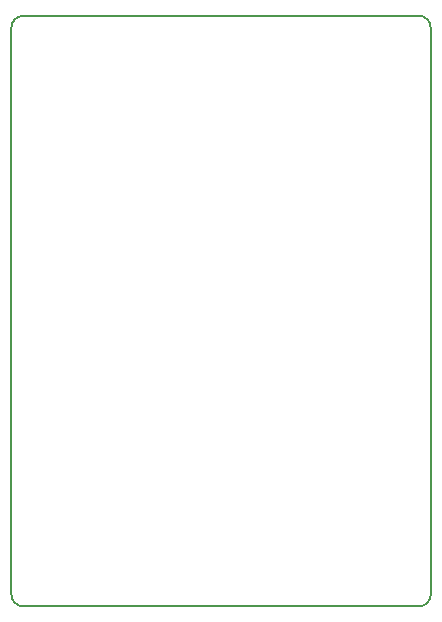
<source format=gm1>
G04 Layer_Color=48896*
%FSAX24Y24*%
%MOIN*%
G70*
G01*
G75*
%ADD71C,0.0059*%
D71*
X053346Y046850D02*
G03*
X052953Y047244I-000394J000000D01*
G01*
X039764D02*
G03*
X039370Y046850I000000J-000394D01*
G01*
Y027953D02*
G03*
X039764Y027559I000394J000000D01*
G01*
X052953D02*
G03*
X053346Y027953I000000J000394D01*
G01*
X039764Y047244D02*
X052953D01*
X039370Y027953D02*
Y046850D01*
X053346Y027953D02*
Y046850D01*
X039764Y027559D02*
X052953D01*
M02*

</source>
